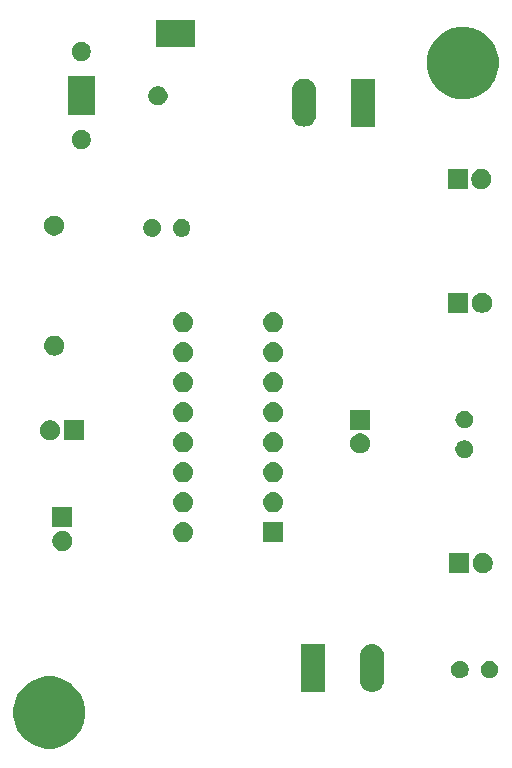
<source format=gbr>
G04 #@! TF.GenerationSoftware,KiCad,Pcbnew,5.0.2-5.fc29*
G04 #@! TF.CreationDate,2019-03-09T14:00:13+01:00*
G04 #@! TF.ProjectId,tea2025b_amp,74656132-3032-4356-925f-616d702e6b69,v1.0*
G04 #@! TF.SameCoordinates,Original*
G04 #@! TF.FileFunction,Soldermask,Top*
G04 #@! TF.FilePolarity,Negative*
%FSLAX46Y46*%
G04 Gerber Fmt 4.6, Leading zero omitted, Abs format (unit mm)*
G04 Created by KiCad (PCBNEW 5.0.2-5.fc29) date sob, 9 mar 2019, 14:00:13*
%MOMM*%
%LPD*%
G01*
G04 APERTURE LIST*
%ADD10C,0.200000*%
G04 APERTURE END LIST*
D10*
G36*
X132508941Y-118240748D02*
X132508943Y-118240749D01*
X132508944Y-118240749D01*
X133064190Y-118470739D01*
X133557162Y-118800133D01*
X133563902Y-118804636D01*
X133988864Y-119229598D01*
X133988866Y-119229601D01*
X134322761Y-119729310D01*
X134552751Y-120284556D01*
X134670000Y-120874003D01*
X134670000Y-121474997D01*
X134552751Y-122064444D01*
X134322761Y-122619690D01*
X134322760Y-122619691D01*
X133988864Y-123119402D01*
X133563902Y-123544364D01*
X133563899Y-123544366D01*
X133064190Y-123878261D01*
X132508944Y-124108251D01*
X132508943Y-124108251D01*
X132508941Y-124108252D01*
X131919499Y-124225500D01*
X131318501Y-124225500D01*
X130729059Y-124108252D01*
X130729057Y-124108251D01*
X130729056Y-124108251D01*
X130173810Y-123878261D01*
X129674101Y-123544366D01*
X129674098Y-123544364D01*
X129249136Y-123119402D01*
X128915240Y-122619691D01*
X128915239Y-122619690D01*
X128685249Y-122064444D01*
X128568000Y-121474997D01*
X128568000Y-120874003D01*
X128685249Y-120284556D01*
X128915239Y-119729310D01*
X129249134Y-119229601D01*
X129249136Y-119229598D01*
X129674098Y-118804636D01*
X129680838Y-118800133D01*
X130173810Y-118470739D01*
X130729056Y-118240749D01*
X130729057Y-118240749D01*
X130729059Y-118240748D01*
X131318501Y-118123500D01*
X131919499Y-118123500D01*
X132508941Y-118240748D01*
X132508941Y-118240748D01*
G37*
G36*
X159128071Y-115395563D02*
X159258890Y-115435247D01*
X159324301Y-115455089D01*
X159420965Y-115506757D01*
X159505146Y-115551753D01*
X159505148Y-115551754D01*
X159505147Y-115551754D01*
X159663659Y-115681841D01*
X159793746Y-115840352D01*
X159890411Y-116021198D01*
X159910253Y-116086609D01*
X159949937Y-116217428D01*
X159965000Y-116370368D01*
X159965000Y-118452632D01*
X159949937Y-118605572D01*
X159910253Y-118736391D01*
X159890411Y-118801802D01*
X159793746Y-118982648D01*
X159663659Y-119141159D01*
X159505148Y-119271246D01*
X159324302Y-119367911D01*
X159258891Y-119387753D01*
X159128072Y-119427437D01*
X158924000Y-119447536D01*
X158719929Y-119427437D01*
X158589110Y-119387753D01*
X158523699Y-119367911D01*
X158342853Y-119271246D01*
X158184342Y-119141159D01*
X158054255Y-118982648D01*
X157957590Y-118801802D01*
X157937748Y-118736391D01*
X157898064Y-118605572D01*
X157883001Y-118452632D01*
X157883000Y-116370369D01*
X157898063Y-116217429D01*
X157957589Y-116021200D01*
X157957589Y-116021199D01*
X158054254Y-115840353D01*
X158184341Y-115681841D01*
X158342852Y-115551754D01*
X158523698Y-115455089D01*
X158589109Y-115435247D01*
X158719928Y-115395563D01*
X158924000Y-115375464D01*
X159128071Y-115395563D01*
X159128071Y-115395563D01*
G37*
G36*
X154965000Y-119442500D02*
X152883000Y-119442500D01*
X152883000Y-115380500D01*
X154965000Y-115380500D01*
X154965000Y-119442500D01*
X154965000Y-119442500D01*
G37*
G36*
X166502004Y-116799044D02*
X166589059Y-116816360D01*
X166725732Y-116872972D01*
X166725733Y-116872973D01*
X166848738Y-116955162D01*
X166953338Y-117059762D01*
X166953340Y-117059765D01*
X167035528Y-117182768D01*
X167092140Y-117319441D01*
X167121000Y-117464533D01*
X167121000Y-117612467D01*
X167092140Y-117757559D01*
X167035528Y-117894232D01*
X167035527Y-117894233D01*
X166953338Y-118017238D01*
X166848738Y-118121838D01*
X166848735Y-118121840D01*
X166725732Y-118204028D01*
X166589059Y-118260640D01*
X166502004Y-118277956D01*
X166443969Y-118289500D01*
X166296031Y-118289500D01*
X166237996Y-118277956D01*
X166150941Y-118260640D01*
X166014268Y-118204028D01*
X165891265Y-118121840D01*
X165891262Y-118121838D01*
X165786662Y-118017238D01*
X165704473Y-117894233D01*
X165704472Y-117894232D01*
X165647860Y-117757559D01*
X165619000Y-117612467D01*
X165619000Y-117464533D01*
X165647860Y-117319441D01*
X165704472Y-117182768D01*
X165786660Y-117059765D01*
X165786662Y-117059762D01*
X165891262Y-116955162D01*
X166014267Y-116872973D01*
X166014268Y-116872972D01*
X166150941Y-116816360D01*
X166237996Y-116799044D01*
X166296031Y-116787500D01*
X166443969Y-116787500D01*
X166502004Y-116799044D01*
X166502004Y-116799044D01*
G37*
G36*
X169002004Y-116799044D02*
X169089059Y-116816360D01*
X169225732Y-116872972D01*
X169225733Y-116872973D01*
X169348738Y-116955162D01*
X169453338Y-117059762D01*
X169453340Y-117059765D01*
X169535528Y-117182768D01*
X169592140Y-117319441D01*
X169621000Y-117464533D01*
X169621000Y-117612467D01*
X169592140Y-117757559D01*
X169535528Y-117894232D01*
X169535527Y-117894233D01*
X169453338Y-118017238D01*
X169348738Y-118121838D01*
X169348735Y-118121840D01*
X169225732Y-118204028D01*
X169089059Y-118260640D01*
X169002004Y-118277956D01*
X168943969Y-118289500D01*
X168796031Y-118289500D01*
X168737996Y-118277956D01*
X168650941Y-118260640D01*
X168514268Y-118204028D01*
X168391265Y-118121840D01*
X168391262Y-118121838D01*
X168286662Y-118017238D01*
X168204473Y-117894233D01*
X168204472Y-117894232D01*
X168147860Y-117757559D01*
X168119000Y-117612467D01*
X168119000Y-117464533D01*
X168147860Y-117319441D01*
X168204472Y-117182768D01*
X168286660Y-117059765D01*
X168286662Y-117059762D01*
X168391262Y-116955162D01*
X168514267Y-116872973D01*
X168514268Y-116872972D01*
X168650941Y-116816360D01*
X168737996Y-116799044D01*
X168796031Y-116787500D01*
X168943969Y-116787500D01*
X169002004Y-116799044D01*
X169002004Y-116799044D01*
G37*
G36*
X167157500Y-109372500D02*
X165455500Y-109372500D01*
X165455500Y-107670500D01*
X167157500Y-107670500D01*
X167157500Y-109372500D01*
X167157500Y-109372500D01*
G37*
G36*
X168554728Y-107703203D02*
X168709600Y-107767353D01*
X168848981Y-107860485D01*
X168967515Y-107979019D01*
X169060647Y-108118400D01*
X169124797Y-108273272D01*
X169157500Y-108437684D01*
X169157500Y-108605316D01*
X169124797Y-108769728D01*
X169060647Y-108924600D01*
X168967515Y-109063981D01*
X168848981Y-109182515D01*
X168709600Y-109275647D01*
X168554728Y-109339797D01*
X168390316Y-109372500D01*
X168222684Y-109372500D01*
X168058272Y-109339797D01*
X167903400Y-109275647D01*
X167764019Y-109182515D01*
X167645485Y-109063981D01*
X167552353Y-108924600D01*
X167488203Y-108769728D01*
X167455500Y-108605316D01*
X167455500Y-108437684D01*
X167488203Y-108273272D01*
X167552353Y-108118400D01*
X167645485Y-107979019D01*
X167764019Y-107860485D01*
X167903400Y-107767353D01*
X168058272Y-107703203D01*
X168222684Y-107670500D01*
X168390316Y-107670500D01*
X168554728Y-107703203D01*
X168554728Y-107703203D01*
G37*
G36*
X132963228Y-105829703D02*
X133118100Y-105893853D01*
X133257481Y-105986985D01*
X133376015Y-106105519D01*
X133469147Y-106244900D01*
X133533297Y-106399772D01*
X133566000Y-106564184D01*
X133566000Y-106731816D01*
X133533297Y-106896228D01*
X133469147Y-107051100D01*
X133376015Y-107190481D01*
X133257481Y-107309015D01*
X133118100Y-107402147D01*
X132963228Y-107466297D01*
X132798816Y-107499000D01*
X132631184Y-107499000D01*
X132466772Y-107466297D01*
X132311900Y-107402147D01*
X132172519Y-107309015D01*
X132053985Y-107190481D01*
X131960853Y-107051100D01*
X131896703Y-106896228D01*
X131864000Y-106731816D01*
X131864000Y-106564184D01*
X131896703Y-106399772D01*
X131960853Y-106244900D01*
X132053985Y-106105519D01*
X132172519Y-105986985D01*
X132311900Y-105893853D01*
X132466772Y-105829703D01*
X132631184Y-105797000D01*
X132798816Y-105797000D01*
X132963228Y-105829703D01*
X132963228Y-105829703D01*
G37*
G36*
X151409500Y-106769000D02*
X149707500Y-106769000D01*
X149707500Y-105067000D01*
X151409500Y-105067000D01*
X151409500Y-106769000D01*
X151409500Y-106769000D01*
G37*
G36*
X143105321Y-105079313D02*
X143105324Y-105079314D01*
X143105325Y-105079314D01*
X143265739Y-105127975D01*
X143265741Y-105127976D01*
X143265744Y-105127977D01*
X143413578Y-105206995D01*
X143543159Y-105313341D01*
X143649505Y-105442922D01*
X143728523Y-105590756D01*
X143777187Y-105751179D01*
X143793617Y-105918000D01*
X143777187Y-106084821D01*
X143777186Y-106084824D01*
X143777186Y-106084825D01*
X143728628Y-106244900D01*
X143728523Y-106245244D01*
X143649505Y-106393078D01*
X143543159Y-106522659D01*
X143413578Y-106629005D01*
X143265744Y-106708023D01*
X143265741Y-106708024D01*
X143265739Y-106708025D01*
X143105325Y-106756686D01*
X143105324Y-106756686D01*
X143105321Y-106756687D01*
X142980304Y-106769000D01*
X142896696Y-106769000D01*
X142771679Y-106756687D01*
X142771676Y-106756686D01*
X142771675Y-106756686D01*
X142611261Y-106708025D01*
X142611259Y-106708024D01*
X142611256Y-106708023D01*
X142463422Y-106629005D01*
X142333841Y-106522659D01*
X142227495Y-106393078D01*
X142148477Y-106245244D01*
X142148373Y-106244900D01*
X142099814Y-106084825D01*
X142099814Y-106084824D01*
X142099813Y-106084821D01*
X142083383Y-105918000D01*
X142099813Y-105751179D01*
X142148477Y-105590756D01*
X142227495Y-105442922D01*
X142333841Y-105313341D01*
X142463422Y-105206995D01*
X142611256Y-105127977D01*
X142611259Y-105127976D01*
X142611261Y-105127975D01*
X142771675Y-105079314D01*
X142771676Y-105079314D01*
X142771679Y-105079313D01*
X142896696Y-105067000D01*
X142980304Y-105067000D01*
X143105321Y-105079313D01*
X143105321Y-105079313D01*
G37*
G36*
X133566000Y-105499000D02*
X131864000Y-105499000D01*
X131864000Y-103797000D01*
X133566000Y-103797000D01*
X133566000Y-105499000D01*
X133566000Y-105499000D01*
G37*
G36*
X150725321Y-102539313D02*
X150725324Y-102539314D01*
X150725325Y-102539314D01*
X150885739Y-102587975D01*
X150885741Y-102587976D01*
X150885744Y-102587977D01*
X151033578Y-102666995D01*
X151163159Y-102773341D01*
X151269505Y-102902922D01*
X151348523Y-103050756D01*
X151397187Y-103211179D01*
X151413617Y-103378000D01*
X151397187Y-103544821D01*
X151348523Y-103705244D01*
X151269505Y-103853078D01*
X151163159Y-103982659D01*
X151033578Y-104089005D01*
X150885744Y-104168023D01*
X150885741Y-104168024D01*
X150885739Y-104168025D01*
X150725325Y-104216686D01*
X150725324Y-104216686D01*
X150725321Y-104216687D01*
X150600304Y-104229000D01*
X150516696Y-104229000D01*
X150391679Y-104216687D01*
X150391676Y-104216686D01*
X150391675Y-104216686D01*
X150231261Y-104168025D01*
X150231259Y-104168024D01*
X150231256Y-104168023D01*
X150083422Y-104089005D01*
X149953841Y-103982659D01*
X149847495Y-103853078D01*
X149768477Y-103705244D01*
X149719813Y-103544821D01*
X149703383Y-103378000D01*
X149719813Y-103211179D01*
X149768477Y-103050756D01*
X149847495Y-102902922D01*
X149953841Y-102773341D01*
X150083422Y-102666995D01*
X150231256Y-102587977D01*
X150231259Y-102587976D01*
X150231261Y-102587975D01*
X150391675Y-102539314D01*
X150391676Y-102539314D01*
X150391679Y-102539313D01*
X150516696Y-102527000D01*
X150600304Y-102527000D01*
X150725321Y-102539313D01*
X150725321Y-102539313D01*
G37*
G36*
X143105321Y-102539313D02*
X143105324Y-102539314D01*
X143105325Y-102539314D01*
X143265739Y-102587975D01*
X143265741Y-102587976D01*
X143265744Y-102587977D01*
X143413578Y-102666995D01*
X143543159Y-102773341D01*
X143649505Y-102902922D01*
X143728523Y-103050756D01*
X143777187Y-103211179D01*
X143793617Y-103378000D01*
X143777187Y-103544821D01*
X143728523Y-103705244D01*
X143649505Y-103853078D01*
X143543159Y-103982659D01*
X143413578Y-104089005D01*
X143265744Y-104168023D01*
X143265741Y-104168024D01*
X143265739Y-104168025D01*
X143105325Y-104216686D01*
X143105324Y-104216686D01*
X143105321Y-104216687D01*
X142980304Y-104229000D01*
X142896696Y-104229000D01*
X142771679Y-104216687D01*
X142771676Y-104216686D01*
X142771675Y-104216686D01*
X142611261Y-104168025D01*
X142611259Y-104168024D01*
X142611256Y-104168023D01*
X142463422Y-104089005D01*
X142333841Y-103982659D01*
X142227495Y-103853078D01*
X142148477Y-103705244D01*
X142099813Y-103544821D01*
X142083383Y-103378000D01*
X142099813Y-103211179D01*
X142148477Y-103050756D01*
X142227495Y-102902922D01*
X142333841Y-102773341D01*
X142463422Y-102666995D01*
X142611256Y-102587977D01*
X142611259Y-102587976D01*
X142611261Y-102587975D01*
X142771675Y-102539314D01*
X142771676Y-102539314D01*
X142771679Y-102539313D01*
X142896696Y-102527000D01*
X142980304Y-102527000D01*
X143105321Y-102539313D01*
X143105321Y-102539313D01*
G37*
G36*
X143105321Y-99999313D02*
X143105324Y-99999314D01*
X143105325Y-99999314D01*
X143265739Y-100047975D01*
X143265741Y-100047976D01*
X143265744Y-100047977D01*
X143413578Y-100126995D01*
X143543159Y-100233341D01*
X143649505Y-100362922D01*
X143728523Y-100510756D01*
X143777187Y-100671179D01*
X143793617Y-100838000D01*
X143777187Y-101004821D01*
X143728523Y-101165244D01*
X143649505Y-101313078D01*
X143543159Y-101442659D01*
X143413578Y-101549005D01*
X143265744Y-101628023D01*
X143265741Y-101628024D01*
X143265739Y-101628025D01*
X143105325Y-101676686D01*
X143105324Y-101676686D01*
X143105321Y-101676687D01*
X142980304Y-101689000D01*
X142896696Y-101689000D01*
X142771679Y-101676687D01*
X142771676Y-101676686D01*
X142771675Y-101676686D01*
X142611261Y-101628025D01*
X142611259Y-101628024D01*
X142611256Y-101628023D01*
X142463422Y-101549005D01*
X142333841Y-101442659D01*
X142227495Y-101313078D01*
X142148477Y-101165244D01*
X142099813Y-101004821D01*
X142083383Y-100838000D01*
X142099813Y-100671179D01*
X142148477Y-100510756D01*
X142227495Y-100362922D01*
X142333841Y-100233341D01*
X142463422Y-100126995D01*
X142611256Y-100047977D01*
X142611259Y-100047976D01*
X142611261Y-100047975D01*
X142771675Y-99999314D01*
X142771676Y-99999314D01*
X142771679Y-99999313D01*
X142896696Y-99987000D01*
X142980304Y-99987000D01*
X143105321Y-99999313D01*
X143105321Y-99999313D01*
G37*
G36*
X150725321Y-99999313D02*
X150725324Y-99999314D01*
X150725325Y-99999314D01*
X150885739Y-100047975D01*
X150885741Y-100047976D01*
X150885744Y-100047977D01*
X151033578Y-100126995D01*
X151163159Y-100233341D01*
X151269505Y-100362922D01*
X151348523Y-100510756D01*
X151397187Y-100671179D01*
X151413617Y-100838000D01*
X151397187Y-101004821D01*
X151348523Y-101165244D01*
X151269505Y-101313078D01*
X151163159Y-101442659D01*
X151033578Y-101549005D01*
X150885744Y-101628023D01*
X150885741Y-101628024D01*
X150885739Y-101628025D01*
X150725325Y-101676686D01*
X150725324Y-101676686D01*
X150725321Y-101676687D01*
X150600304Y-101689000D01*
X150516696Y-101689000D01*
X150391679Y-101676687D01*
X150391676Y-101676686D01*
X150391675Y-101676686D01*
X150231261Y-101628025D01*
X150231259Y-101628024D01*
X150231256Y-101628023D01*
X150083422Y-101549005D01*
X149953841Y-101442659D01*
X149847495Y-101313078D01*
X149768477Y-101165244D01*
X149719813Y-101004821D01*
X149703383Y-100838000D01*
X149719813Y-100671179D01*
X149768477Y-100510756D01*
X149847495Y-100362922D01*
X149953841Y-100233341D01*
X150083422Y-100126995D01*
X150231256Y-100047977D01*
X150231259Y-100047976D01*
X150231261Y-100047975D01*
X150391675Y-99999314D01*
X150391676Y-99999314D01*
X150391679Y-99999313D01*
X150516696Y-99987000D01*
X150600304Y-99987000D01*
X150725321Y-99999313D01*
X150725321Y-99999313D01*
G37*
G36*
X166883004Y-98130044D02*
X166970059Y-98147360D01*
X167106732Y-98203972D01*
X167106733Y-98203973D01*
X167229738Y-98286162D01*
X167334338Y-98390762D01*
X167334340Y-98390765D01*
X167416528Y-98513768D01*
X167473140Y-98650441D01*
X167502000Y-98795533D01*
X167502000Y-98943467D01*
X167473140Y-99088559D01*
X167416528Y-99225232D01*
X167335446Y-99346579D01*
X167334338Y-99348238D01*
X167229738Y-99452838D01*
X167229735Y-99452840D01*
X167106732Y-99535028D01*
X166970059Y-99591640D01*
X166883004Y-99608956D01*
X166824969Y-99620500D01*
X166677031Y-99620500D01*
X166618996Y-99608956D01*
X166531941Y-99591640D01*
X166395268Y-99535028D01*
X166272265Y-99452840D01*
X166272262Y-99452838D01*
X166167662Y-99348238D01*
X166166554Y-99346579D01*
X166085472Y-99225232D01*
X166028860Y-99088559D01*
X166000000Y-98943467D01*
X166000000Y-98795533D01*
X166028860Y-98650441D01*
X166085472Y-98513768D01*
X166167660Y-98390765D01*
X166167662Y-98390762D01*
X166272262Y-98286162D01*
X166395267Y-98203973D01*
X166395268Y-98203972D01*
X166531941Y-98147360D01*
X166618996Y-98130044D01*
X166677031Y-98118500D01*
X166824969Y-98118500D01*
X166883004Y-98130044D01*
X166883004Y-98130044D01*
G37*
G36*
X158172728Y-97574703D02*
X158327600Y-97638853D01*
X158466981Y-97731985D01*
X158585515Y-97850519D01*
X158678647Y-97989900D01*
X158742797Y-98144772D01*
X158775500Y-98309184D01*
X158775500Y-98476816D01*
X158742797Y-98641228D01*
X158678647Y-98796100D01*
X158585515Y-98935481D01*
X158466981Y-99054015D01*
X158327600Y-99147147D01*
X158172728Y-99211297D01*
X158008316Y-99244000D01*
X157840684Y-99244000D01*
X157676272Y-99211297D01*
X157521400Y-99147147D01*
X157382019Y-99054015D01*
X157263485Y-98935481D01*
X157170353Y-98796100D01*
X157106203Y-98641228D01*
X157073500Y-98476816D01*
X157073500Y-98309184D01*
X157106203Y-98144772D01*
X157170353Y-97989900D01*
X157263485Y-97850519D01*
X157382019Y-97731985D01*
X157521400Y-97638853D01*
X157676272Y-97574703D01*
X157840684Y-97542000D01*
X158008316Y-97542000D01*
X158172728Y-97574703D01*
X158172728Y-97574703D01*
G37*
G36*
X143105321Y-97459313D02*
X143105324Y-97459314D01*
X143105325Y-97459314D01*
X143265739Y-97507975D01*
X143265741Y-97507976D01*
X143265744Y-97507977D01*
X143413578Y-97586995D01*
X143543159Y-97693341D01*
X143649505Y-97822922D01*
X143728523Y-97970756D01*
X143728524Y-97970759D01*
X143728525Y-97970761D01*
X143767819Y-98100296D01*
X143777187Y-98131179D01*
X143793617Y-98298000D01*
X143777187Y-98464821D01*
X143777186Y-98464824D01*
X143777186Y-98464825D01*
X143762340Y-98513767D01*
X143728523Y-98625244D01*
X143649505Y-98773078D01*
X143543159Y-98902659D01*
X143413578Y-99009005D01*
X143265744Y-99088023D01*
X143265741Y-99088024D01*
X143265739Y-99088025D01*
X143105325Y-99136686D01*
X143105324Y-99136686D01*
X143105321Y-99136687D01*
X142980304Y-99149000D01*
X142896696Y-99149000D01*
X142771679Y-99136687D01*
X142771676Y-99136686D01*
X142771675Y-99136686D01*
X142611261Y-99088025D01*
X142611259Y-99088024D01*
X142611256Y-99088023D01*
X142463422Y-99009005D01*
X142333841Y-98902659D01*
X142227495Y-98773078D01*
X142148477Y-98625244D01*
X142114661Y-98513767D01*
X142099814Y-98464825D01*
X142099814Y-98464824D01*
X142099813Y-98464821D01*
X142083383Y-98298000D01*
X142099813Y-98131179D01*
X142109181Y-98100296D01*
X142148475Y-97970761D01*
X142148476Y-97970759D01*
X142148477Y-97970756D01*
X142227495Y-97822922D01*
X142333841Y-97693341D01*
X142463422Y-97586995D01*
X142611256Y-97507977D01*
X142611259Y-97507976D01*
X142611261Y-97507975D01*
X142771675Y-97459314D01*
X142771676Y-97459314D01*
X142771679Y-97459313D01*
X142896696Y-97447000D01*
X142980304Y-97447000D01*
X143105321Y-97459313D01*
X143105321Y-97459313D01*
G37*
G36*
X150725321Y-97459313D02*
X150725324Y-97459314D01*
X150725325Y-97459314D01*
X150885739Y-97507975D01*
X150885741Y-97507976D01*
X150885744Y-97507977D01*
X151033578Y-97586995D01*
X151163159Y-97693341D01*
X151269505Y-97822922D01*
X151348523Y-97970756D01*
X151348524Y-97970759D01*
X151348525Y-97970761D01*
X151387819Y-98100296D01*
X151397187Y-98131179D01*
X151413617Y-98298000D01*
X151397187Y-98464821D01*
X151397186Y-98464824D01*
X151397186Y-98464825D01*
X151382340Y-98513767D01*
X151348523Y-98625244D01*
X151269505Y-98773078D01*
X151163159Y-98902659D01*
X151033578Y-99009005D01*
X150885744Y-99088023D01*
X150885741Y-99088024D01*
X150885739Y-99088025D01*
X150725325Y-99136686D01*
X150725324Y-99136686D01*
X150725321Y-99136687D01*
X150600304Y-99149000D01*
X150516696Y-99149000D01*
X150391679Y-99136687D01*
X150391676Y-99136686D01*
X150391675Y-99136686D01*
X150231261Y-99088025D01*
X150231259Y-99088024D01*
X150231256Y-99088023D01*
X150083422Y-99009005D01*
X149953841Y-98902659D01*
X149847495Y-98773078D01*
X149768477Y-98625244D01*
X149734661Y-98513767D01*
X149719814Y-98464825D01*
X149719814Y-98464824D01*
X149719813Y-98464821D01*
X149703383Y-98298000D01*
X149719813Y-98131179D01*
X149729181Y-98100296D01*
X149768475Y-97970761D01*
X149768476Y-97970759D01*
X149768477Y-97970756D01*
X149847495Y-97822922D01*
X149953841Y-97693341D01*
X150083422Y-97586995D01*
X150231256Y-97507977D01*
X150231259Y-97507976D01*
X150231261Y-97507975D01*
X150391675Y-97459314D01*
X150391676Y-97459314D01*
X150391679Y-97459313D01*
X150516696Y-97447000D01*
X150600304Y-97447000D01*
X150725321Y-97459313D01*
X150725321Y-97459313D01*
G37*
G36*
X134518500Y-98133000D02*
X132816500Y-98133000D01*
X132816500Y-96431000D01*
X134518500Y-96431000D01*
X134518500Y-98133000D01*
X134518500Y-98133000D01*
G37*
G36*
X131915728Y-96463703D02*
X132070600Y-96527853D01*
X132209981Y-96620985D01*
X132328515Y-96739519D01*
X132421647Y-96878900D01*
X132485797Y-97033772D01*
X132518500Y-97198184D01*
X132518500Y-97365816D01*
X132485797Y-97530228D01*
X132421647Y-97685100D01*
X132328515Y-97824481D01*
X132209981Y-97943015D01*
X132070600Y-98036147D01*
X131915728Y-98100297D01*
X131751316Y-98133000D01*
X131583684Y-98133000D01*
X131419272Y-98100297D01*
X131264400Y-98036147D01*
X131125019Y-97943015D01*
X131006485Y-97824481D01*
X130913353Y-97685100D01*
X130849203Y-97530228D01*
X130816500Y-97365816D01*
X130816500Y-97198184D01*
X130849203Y-97033772D01*
X130913353Y-96878900D01*
X131006485Y-96739519D01*
X131125019Y-96620985D01*
X131264400Y-96527853D01*
X131419272Y-96463703D01*
X131583684Y-96431000D01*
X131751316Y-96431000D01*
X131915728Y-96463703D01*
X131915728Y-96463703D01*
G37*
G36*
X158775500Y-97244000D02*
X157073500Y-97244000D01*
X157073500Y-95542000D01*
X158775500Y-95542000D01*
X158775500Y-97244000D01*
X158775500Y-97244000D01*
G37*
G36*
X166883004Y-95630044D02*
X166970059Y-95647360D01*
X167106732Y-95703972D01*
X167228079Y-95785054D01*
X167229738Y-95786162D01*
X167334338Y-95890762D01*
X167334340Y-95890765D01*
X167416528Y-96013768D01*
X167473140Y-96150441D01*
X167489577Y-96233078D01*
X167502000Y-96295531D01*
X167502000Y-96443469D01*
X167490456Y-96501504D01*
X167473140Y-96588559D01*
X167416528Y-96725232D01*
X167335446Y-96846579D01*
X167334338Y-96848238D01*
X167229738Y-96952838D01*
X167229735Y-96952840D01*
X167106732Y-97035028D01*
X166970059Y-97091640D01*
X166883004Y-97108956D01*
X166824969Y-97120500D01*
X166677031Y-97120500D01*
X166618996Y-97108956D01*
X166531941Y-97091640D01*
X166395268Y-97035028D01*
X166272265Y-96952840D01*
X166272262Y-96952838D01*
X166167662Y-96848238D01*
X166166554Y-96846579D01*
X166085472Y-96725232D01*
X166028860Y-96588559D01*
X166011544Y-96501504D01*
X166000000Y-96443469D01*
X166000000Y-96295531D01*
X166012423Y-96233078D01*
X166028860Y-96150441D01*
X166085472Y-96013768D01*
X166167660Y-95890765D01*
X166167662Y-95890762D01*
X166272262Y-95786162D01*
X166273921Y-95785054D01*
X166395268Y-95703972D01*
X166531941Y-95647360D01*
X166618996Y-95630044D01*
X166677031Y-95618500D01*
X166824969Y-95618500D01*
X166883004Y-95630044D01*
X166883004Y-95630044D01*
G37*
G36*
X143105321Y-94919313D02*
X143105324Y-94919314D01*
X143105325Y-94919314D01*
X143265739Y-94967975D01*
X143265741Y-94967976D01*
X143265744Y-94967977D01*
X143413578Y-95046995D01*
X143543159Y-95153341D01*
X143649505Y-95282922D01*
X143728523Y-95430756D01*
X143777187Y-95591179D01*
X143793617Y-95758000D01*
X143777187Y-95924821D01*
X143777186Y-95924824D01*
X143777186Y-95924825D01*
X143750206Y-96013767D01*
X143728523Y-96085244D01*
X143649505Y-96233078D01*
X143543159Y-96362659D01*
X143413578Y-96469005D01*
X143265744Y-96548023D01*
X143265741Y-96548024D01*
X143265739Y-96548025D01*
X143105325Y-96596686D01*
X143105324Y-96596686D01*
X143105321Y-96596687D01*
X142980304Y-96609000D01*
X142896696Y-96609000D01*
X142771679Y-96596687D01*
X142771676Y-96596686D01*
X142771675Y-96596686D01*
X142611261Y-96548025D01*
X142611259Y-96548024D01*
X142611256Y-96548023D01*
X142463422Y-96469005D01*
X142333841Y-96362659D01*
X142227495Y-96233078D01*
X142148477Y-96085244D01*
X142126795Y-96013767D01*
X142099814Y-95924825D01*
X142099814Y-95924824D01*
X142099813Y-95924821D01*
X142083383Y-95758000D01*
X142099813Y-95591179D01*
X142148477Y-95430756D01*
X142227495Y-95282922D01*
X142333841Y-95153341D01*
X142463422Y-95046995D01*
X142611256Y-94967977D01*
X142611259Y-94967976D01*
X142611261Y-94967975D01*
X142771675Y-94919314D01*
X142771676Y-94919314D01*
X142771679Y-94919313D01*
X142896696Y-94907000D01*
X142980304Y-94907000D01*
X143105321Y-94919313D01*
X143105321Y-94919313D01*
G37*
G36*
X150725321Y-94919313D02*
X150725324Y-94919314D01*
X150725325Y-94919314D01*
X150885739Y-94967975D01*
X150885741Y-94967976D01*
X150885744Y-94967977D01*
X151033578Y-95046995D01*
X151163159Y-95153341D01*
X151269505Y-95282922D01*
X151348523Y-95430756D01*
X151397187Y-95591179D01*
X151413617Y-95758000D01*
X151397187Y-95924821D01*
X151397186Y-95924824D01*
X151397186Y-95924825D01*
X151370206Y-96013767D01*
X151348523Y-96085244D01*
X151269505Y-96233078D01*
X151163159Y-96362659D01*
X151033578Y-96469005D01*
X150885744Y-96548023D01*
X150885741Y-96548024D01*
X150885739Y-96548025D01*
X150725325Y-96596686D01*
X150725324Y-96596686D01*
X150725321Y-96596687D01*
X150600304Y-96609000D01*
X150516696Y-96609000D01*
X150391679Y-96596687D01*
X150391676Y-96596686D01*
X150391675Y-96596686D01*
X150231261Y-96548025D01*
X150231259Y-96548024D01*
X150231256Y-96548023D01*
X150083422Y-96469005D01*
X149953841Y-96362659D01*
X149847495Y-96233078D01*
X149768477Y-96085244D01*
X149746795Y-96013767D01*
X149719814Y-95924825D01*
X149719814Y-95924824D01*
X149719813Y-95924821D01*
X149703383Y-95758000D01*
X149719813Y-95591179D01*
X149768477Y-95430756D01*
X149847495Y-95282922D01*
X149953841Y-95153341D01*
X150083422Y-95046995D01*
X150231256Y-94967977D01*
X150231259Y-94967976D01*
X150231261Y-94967975D01*
X150391675Y-94919314D01*
X150391676Y-94919314D01*
X150391679Y-94919313D01*
X150516696Y-94907000D01*
X150600304Y-94907000D01*
X150725321Y-94919313D01*
X150725321Y-94919313D01*
G37*
G36*
X150725321Y-92379313D02*
X150725324Y-92379314D01*
X150725325Y-92379314D01*
X150885739Y-92427975D01*
X150885741Y-92427976D01*
X150885744Y-92427977D01*
X151033578Y-92506995D01*
X151163159Y-92613341D01*
X151269505Y-92742922D01*
X151348523Y-92890756D01*
X151397187Y-93051179D01*
X151413617Y-93218000D01*
X151397187Y-93384821D01*
X151348523Y-93545244D01*
X151269505Y-93693078D01*
X151163159Y-93822659D01*
X151033578Y-93929005D01*
X150885744Y-94008023D01*
X150885741Y-94008024D01*
X150885739Y-94008025D01*
X150725325Y-94056686D01*
X150725324Y-94056686D01*
X150725321Y-94056687D01*
X150600304Y-94069000D01*
X150516696Y-94069000D01*
X150391679Y-94056687D01*
X150391676Y-94056686D01*
X150391675Y-94056686D01*
X150231261Y-94008025D01*
X150231259Y-94008024D01*
X150231256Y-94008023D01*
X150083422Y-93929005D01*
X149953841Y-93822659D01*
X149847495Y-93693078D01*
X149768477Y-93545244D01*
X149719813Y-93384821D01*
X149703383Y-93218000D01*
X149719813Y-93051179D01*
X149768477Y-92890756D01*
X149847495Y-92742922D01*
X149953841Y-92613341D01*
X150083422Y-92506995D01*
X150231256Y-92427977D01*
X150231259Y-92427976D01*
X150231261Y-92427975D01*
X150391675Y-92379314D01*
X150391676Y-92379314D01*
X150391679Y-92379313D01*
X150516696Y-92367000D01*
X150600304Y-92367000D01*
X150725321Y-92379313D01*
X150725321Y-92379313D01*
G37*
G36*
X143105321Y-92379313D02*
X143105324Y-92379314D01*
X143105325Y-92379314D01*
X143265739Y-92427975D01*
X143265741Y-92427976D01*
X143265744Y-92427977D01*
X143413578Y-92506995D01*
X143543159Y-92613341D01*
X143649505Y-92742922D01*
X143728523Y-92890756D01*
X143777187Y-93051179D01*
X143793617Y-93218000D01*
X143777187Y-93384821D01*
X143728523Y-93545244D01*
X143649505Y-93693078D01*
X143543159Y-93822659D01*
X143413578Y-93929005D01*
X143265744Y-94008023D01*
X143265741Y-94008024D01*
X143265739Y-94008025D01*
X143105325Y-94056686D01*
X143105324Y-94056686D01*
X143105321Y-94056687D01*
X142980304Y-94069000D01*
X142896696Y-94069000D01*
X142771679Y-94056687D01*
X142771676Y-94056686D01*
X142771675Y-94056686D01*
X142611261Y-94008025D01*
X142611259Y-94008024D01*
X142611256Y-94008023D01*
X142463422Y-93929005D01*
X142333841Y-93822659D01*
X142227495Y-93693078D01*
X142148477Y-93545244D01*
X142099813Y-93384821D01*
X142083383Y-93218000D01*
X142099813Y-93051179D01*
X142148477Y-92890756D01*
X142227495Y-92742922D01*
X142333841Y-92613341D01*
X142463422Y-92506995D01*
X142611256Y-92427977D01*
X142611259Y-92427976D01*
X142611261Y-92427975D01*
X142771675Y-92379314D01*
X142771676Y-92379314D01*
X142771679Y-92379313D01*
X142896696Y-92367000D01*
X142980304Y-92367000D01*
X143105321Y-92379313D01*
X143105321Y-92379313D01*
G37*
G36*
X143105321Y-89839313D02*
X143105324Y-89839314D01*
X143105325Y-89839314D01*
X143265739Y-89887975D01*
X143265741Y-89887976D01*
X143265744Y-89887977D01*
X143413578Y-89966995D01*
X143543159Y-90073341D01*
X143649505Y-90202922D01*
X143728523Y-90350756D01*
X143728524Y-90350759D01*
X143728525Y-90350761D01*
X143753849Y-90434244D01*
X143777187Y-90511179D01*
X143793617Y-90678000D01*
X143777187Y-90844821D01*
X143777186Y-90844824D01*
X143777186Y-90844825D01*
X143742855Y-90958000D01*
X143728523Y-91005244D01*
X143649505Y-91153078D01*
X143543159Y-91282659D01*
X143413578Y-91389005D01*
X143265744Y-91468023D01*
X143265741Y-91468024D01*
X143265739Y-91468025D01*
X143105325Y-91516686D01*
X143105324Y-91516686D01*
X143105321Y-91516687D01*
X142980304Y-91529000D01*
X142896696Y-91529000D01*
X142771679Y-91516687D01*
X142771676Y-91516686D01*
X142771675Y-91516686D01*
X142611261Y-91468025D01*
X142611259Y-91468024D01*
X142611256Y-91468023D01*
X142463422Y-91389005D01*
X142333841Y-91282659D01*
X142227495Y-91153078D01*
X142148477Y-91005244D01*
X142134146Y-90958000D01*
X142099814Y-90844825D01*
X142099814Y-90844824D01*
X142099813Y-90844821D01*
X142083383Y-90678000D01*
X142099813Y-90511179D01*
X142123151Y-90434244D01*
X142148475Y-90350761D01*
X142148476Y-90350759D01*
X142148477Y-90350756D01*
X142227495Y-90202922D01*
X142333841Y-90073341D01*
X142463422Y-89966995D01*
X142611256Y-89887977D01*
X142611259Y-89887976D01*
X142611261Y-89887975D01*
X142771675Y-89839314D01*
X142771676Y-89839314D01*
X142771679Y-89839313D01*
X142896696Y-89827000D01*
X142980304Y-89827000D01*
X143105321Y-89839313D01*
X143105321Y-89839313D01*
G37*
G36*
X150725321Y-89839313D02*
X150725324Y-89839314D01*
X150725325Y-89839314D01*
X150885739Y-89887975D01*
X150885741Y-89887976D01*
X150885744Y-89887977D01*
X151033578Y-89966995D01*
X151163159Y-90073341D01*
X151269505Y-90202922D01*
X151348523Y-90350756D01*
X151348524Y-90350759D01*
X151348525Y-90350761D01*
X151373849Y-90434244D01*
X151397187Y-90511179D01*
X151413617Y-90678000D01*
X151397187Y-90844821D01*
X151397186Y-90844824D01*
X151397186Y-90844825D01*
X151362855Y-90958000D01*
X151348523Y-91005244D01*
X151269505Y-91153078D01*
X151163159Y-91282659D01*
X151033578Y-91389005D01*
X150885744Y-91468023D01*
X150885741Y-91468024D01*
X150885739Y-91468025D01*
X150725325Y-91516686D01*
X150725324Y-91516686D01*
X150725321Y-91516687D01*
X150600304Y-91529000D01*
X150516696Y-91529000D01*
X150391679Y-91516687D01*
X150391676Y-91516686D01*
X150391675Y-91516686D01*
X150231261Y-91468025D01*
X150231259Y-91468024D01*
X150231256Y-91468023D01*
X150083422Y-91389005D01*
X149953841Y-91282659D01*
X149847495Y-91153078D01*
X149768477Y-91005244D01*
X149754146Y-90958000D01*
X149719814Y-90844825D01*
X149719814Y-90844824D01*
X149719813Y-90844821D01*
X149703383Y-90678000D01*
X149719813Y-90511179D01*
X149743151Y-90434244D01*
X149768475Y-90350761D01*
X149768476Y-90350759D01*
X149768477Y-90350756D01*
X149847495Y-90202922D01*
X149953841Y-90073341D01*
X150083422Y-89966995D01*
X150231256Y-89887977D01*
X150231259Y-89887976D01*
X150231261Y-89887975D01*
X150391675Y-89839314D01*
X150391676Y-89839314D01*
X150391679Y-89839313D01*
X150516696Y-89827000D01*
X150600304Y-89827000D01*
X150725321Y-89839313D01*
X150725321Y-89839313D01*
G37*
G36*
X132183321Y-89268313D02*
X132183324Y-89268314D01*
X132183325Y-89268314D01*
X132343739Y-89316975D01*
X132343741Y-89316976D01*
X132343744Y-89316977D01*
X132491578Y-89395995D01*
X132621159Y-89502341D01*
X132727505Y-89631922D01*
X132806523Y-89779756D01*
X132806524Y-89779759D01*
X132806525Y-89779761D01*
X132824590Y-89839314D01*
X132855187Y-89940179D01*
X132871617Y-90107000D01*
X132855187Y-90273821D01*
X132855186Y-90273824D01*
X132855186Y-90273825D01*
X132831848Y-90350761D01*
X132806523Y-90434244D01*
X132727505Y-90582078D01*
X132621159Y-90711659D01*
X132491578Y-90818005D01*
X132343744Y-90897023D01*
X132343741Y-90897024D01*
X132343739Y-90897025D01*
X132183325Y-90945686D01*
X132183324Y-90945686D01*
X132183321Y-90945687D01*
X132058304Y-90958000D01*
X131974696Y-90958000D01*
X131849679Y-90945687D01*
X131849676Y-90945686D01*
X131849675Y-90945686D01*
X131689261Y-90897025D01*
X131689259Y-90897024D01*
X131689256Y-90897023D01*
X131541422Y-90818005D01*
X131411841Y-90711659D01*
X131305495Y-90582078D01*
X131226477Y-90434244D01*
X131201153Y-90350761D01*
X131177814Y-90273825D01*
X131177814Y-90273824D01*
X131177813Y-90273821D01*
X131161383Y-90107000D01*
X131177813Y-89940179D01*
X131208410Y-89839314D01*
X131226475Y-89779761D01*
X131226476Y-89779759D01*
X131226477Y-89779756D01*
X131305495Y-89631922D01*
X131411841Y-89502341D01*
X131541422Y-89395995D01*
X131689256Y-89316977D01*
X131689259Y-89316976D01*
X131689261Y-89316975D01*
X131849675Y-89268314D01*
X131849676Y-89268314D01*
X131849679Y-89268313D01*
X131974696Y-89256000D01*
X132058304Y-89256000D01*
X132183321Y-89268313D01*
X132183321Y-89268313D01*
G37*
G36*
X150725321Y-87299313D02*
X150725324Y-87299314D01*
X150725325Y-87299314D01*
X150885739Y-87347975D01*
X150885741Y-87347976D01*
X150885744Y-87347977D01*
X151033578Y-87426995D01*
X151163159Y-87533341D01*
X151269505Y-87662922D01*
X151348523Y-87810756D01*
X151397187Y-87971179D01*
X151413617Y-88138000D01*
X151397187Y-88304821D01*
X151348523Y-88465244D01*
X151269505Y-88613078D01*
X151163159Y-88742659D01*
X151033578Y-88849005D01*
X150885744Y-88928023D01*
X150885741Y-88928024D01*
X150885739Y-88928025D01*
X150725325Y-88976686D01*
X150725324Y-88976686D01*
X150725321Y-88976687D01*
X150600304Y-88989000D01*
X150516696Y-88989000D01*
X150391679Y-88976687D01*
X150391676Y-88976686D01*
X150391675Y-88976686D01*
X150231261Y-88928025D01*
X150231259Y-88928024D01*
X150231256Y-88928023D01*
X150083422Y-88849005D01*
X149953841Y-88742659D01*
X149847495Y-88613078D01*
X149768477Y-88465244D01*
X149719813Y-88304821D01*
X149703383Y-88138000D01*
X149719813Y-87971179D01*
X149768477Y-87810756D01*
X149847495Y-87662922D01*
X149953841Y-87533341D01*
X150083422Y-87426995D01*
X150231256Y-87347977D01*
X150231259Y-87347976D01*
X150231261Y-87347975D01*
X150391675Y-87299314D01*
X150391676Y-87299314D01*
X150391679Y-87299313D01*
X150516696Y-87287000D01*
X150600304Y-87287000D01*
X150725321Y-87299313D01*
X150725321Y-87299313D01*
G37*
G36*
X143105321Y-87299313D02*
X143105324Y-87299314D01*
X143105325Y-87299314D01*
X143265739Y-87347975D01*
X143265741Y-87347976D01*
X143265744Y-87347977D01*
X143413578Y-87426995D01*
X143543159Y-87533341D01*
X143649505Y-87662922D01*
X143728523Y-87810756D01*
X143777187Y-87971179D01*
X143793617Y-88138000D01*
X143777187Y-88304821D01*
X143728523Y-88465244D01*
X143649505Y-88613078D01*
X143543159Y-88742659D01*
X143413578Y-88849005D01*
X143265744Y-88928023D01*
X143265741Y-88928024D01*
X143265739Y-88928025D01*
X143105325Y-88976686D01*
X143105324Y-88976686D01*
X143105321Y-88976687D01*
X142980304Y-88989000D01*
X142896696Y-88989000D01*
X142771679Y-88976687D01*
X142771676Y-88976686D01*
X142771675Y-88976686D01*
X142611261Y-88928025D01*
X142611259Y-88928024D01*
X142611256Y-88928023D01*
X142463422Y-88849005D01*
X142333841Y-88742659D01*
X142227495Y-88613078D01*
X142148477Y-88465244D01*
X142099813Y-88304821D01*
X142083383Y-88138000D01*
X142099813Y-87971179D01*
X142148477Y-87810756D01*
X142227495Y-87662922D01*
X142333841Y-87533341D01*
X142463422Y-87426995D01*
X142611256Y-87347977D01*
X142611259Y-87347976D01*
X142611261Y-87347975D01*
X142771675Y-87299314D01*
X142771676Y-87299314D01*
X142771679Y-87299313D01*
X142896696Y-87287000D01*
X142980304Y-87287000D01*
X143105321Y-87299313D01*
X143105321Y-87299313D01*
G37*
G36*
X167094000Y-87338000D02*
X165392000Y-87338000D01*
X165392000Y-85636000D01*
X167094000Y-85636000D01*
X167094000Y-87338000D01*
X167094000Y-87338000D01*
G37*
G36*
X168491228Y-85668703D02*
X168646100Y-85732853D01*
X168785481Y-85825985D01*
X168904015Y-85944519D01*
X168997147Y-86083900D01*
X169061297Y-86238772D01*
X169094000Y-86403184D01*
X169094000Y-86570816D01*
X169061297Y-86735228D01*
X168997147Y-86890100D01*
X168904015Y-87029481D01*
X168785481Y-87148015D01*
X168646100Y-87241147D01*
X168491228Y-87305297D01*
X168326816Y-87338000D01*
X168159184Y-87338000D01*
X167994772Y-87305297D01*
X167839900Y-87241147D01*
X167700519Y-87148015D01*
X167581985Y-87029481D01*
X167488853Y-86890100D01*
X167424703Y-86735228D01*
X167392000Y-86570816D01*
X167392000Y-86403184D01*
X167424703Y-86238772D01*
X167488853Y-86083900D01*
X167581985Y-85944519D01*
X167700519Y-85825985D01*
X167839900Y-85732853D01*
X167994772Y-85668703D01*
X168159184Y-85636000D01*
X168326816Y-85636000D01*
X168491228Y-85668703D01*
X168491228Y-85668703D01*
G37*
G36*
X140443504Y-79397544D02*
X140530559Y-79414860D01*
X140667232Y-79471472D01*
X140667233Y-79471473D01*
X140790238Y-79553662D01*
X140894838Y-79658262D01*
X140894840Y-79658265D01*
X140977028Y-79781268D01*
X141033640Y-79917941D01*
X141062500Y-80063033D01*
X141062500Y-80210967D01*
X141033640Y-80356059D01*
X140977028Y-80492732D01*
X140977027Y-80492733D01*
X140894838Y-80615738D01*
X140790238Y-80720338D01*
X140790235Y-80720340D01*
X140667232Y-80802528D01*
X140530559Y-80859140D01*
X140443504Y-80876456D01*
X140385469Y-80888000D01*
X140237531Y-80888000D01*
X140179496Y-80876456D01*
X140092441Y-80859140D01*
X139955768Y-80802528D01*
X139832765Y-80720340D01*
X139832762Y-80720338D01*
X139728162Y-80615738D01*
X139645973Y-80492733D01*
X139645972Y-80492732D01*
X139589360Y-80356059D01*
X139560500Y-80210967D01*
X139560500Y-80063033D01*
X139589360Y-79917941D01*
X139645972Y-79781268D01*
X139728160Y-79658265D01*
X139728162Y-79658262D01*
X139832762Y-79553662D01*
X139955767Y-79471473D01*
X139955768Y-79471472D01*
X140092441Y-79414860D01*
X140179496Y-79397544D01*
X140237531Y-79386000D01*
X140385469Y-79386000D01*
X140443504Y-79397544D01*
X140443504Y-79397544D01*
G37*
G36*
X142943504Y-79397544D02*
X143030559Y-79414860D01*
X143167232Y-79471472D01*
X143167233Y-79471473D01*
X143290238Y-79553662D01*
X143394838Y-79658262D01*
X143394840Y-79658265D01*
X143477028Y-79781268D01*
X143533640Y-79917941D01*
X143562500Y-80063033D01*
X143562500Y-80210967D01*
X143533640Y-80356059D01*
X143477028Y-80492732D01*
X143477027Y-80492733D01*
X143394838Y-80615738D01*
X143290238Y-80720338D01*
X143290235Y-80720340D01*
X143167232Y-80802528D01*
X143030559Y-80859140D01*
X142943504Y-80876456D01*
X142885469Y-80888000D01*
X142737531Y-80888000D01*
X142679496Y-80876456D01*
X142592441Y-80859140D01*
X142455768Y-80802528D01*
X142332765Y-80720340D01*
X142332762Y-80720338D01*
X142228162Y-80615738D01*
X142145973Y-80492733D01*
X142145972Y-80492732D01*
X142089360Y-80356059D01*
X142060500Y-80210967D01*
X142060500Y-80063033D01*
X142089360Y-79917941D01*
X142145972Y-79781268D01*
X142228160Y-79658265D01*
X142228162Y-79658262D01*
X142332762Y-79553662D01*
X142455767Y-79471473D01*
X142455768Y-79471472D01*
X142592441Y-79414860D01*
X142679496Y-79397544D01*
X142737531Y-79386000D01*
X142885469Y-79386000D01*
X142943504Y-79397544D01*
X142943504Y-79397544D01*
G37*
G36*
X132264728Y-79128703D02*
X132419600Y-79192853D01*
X132558981Y-79285985D01*
X132677515Y-79404519D01*
X132770647Y-79543900D01*
X132834797Y-79698772D01*
X132867500Y-79863184D01*
X132867500Y-80030816D01*
X132834797Y-80195228D01*
X132770647Y-80350100D01*
X132677515Y-80489481D01*
X132558981Y-80608015D01*
X132419600Y-80701147D01*
X132264728Y-80765297D01*
X132100316Y-80798000D01*
X131932684Y-80798000D01*
X131768272Y-80765297D01*
X131613400Y-80701147D01*
X131474019Y-80608015D01*
X131355485Y-80489481D01*
X131262353Y-80350100D01*
X131198203Y-80195228D01*
X131165500Y-80030816D01*
X131165500Y-79863184D01*
X131198203Y-79698772D01*
X131262353Y-79543900D01*
X131355485Y-79404519D01*
X131474019Y-79285985D01*
X131613400Y-79192853D01*
X131768272Y-79128703D01*
X131932684Y-79096000D01*
X132100316Y-79096000D01*
X132264728Y-79128703D01*
X132264728Y-79128703D01*
G37*
G36*
X167030500Y-76860500D02*
X165328500Y-76860500D01*
X165328500Y-75158500D01*
X167030500Y-75158500D01*
X167030500Y-76860500D01*
X167030500Y-76860500D01*
G37*
G36*
X168427728Y-75191203D02*
X168582600Y-75255353D01*
X168721981Y-75348485D01*
X168840515Y-75467019D01*
X168933647Y-75606400D01*
X168997797Y-75761272D01*
X169030500Y-75925684D01*
X169030500Y-76093316D01*
X168997797Y-76257728D01*
X168933647Y-76412600D01*
X168840515Y-76551981D01*
X168721981Y-76670515D01*
X168582600Y-76763647D01*
X168427728Y-76827797D01*
X168263316Y-76860500D01*
X168095684Y-76860500D01*
X167931272Y-76827797D01*
X167776400Y-76763647D01*
X167637019Y-76670515D01*
X167518485Y-76551981D01*
X167425353Y-76412600D01*
X167361203Y-76257728D01*
X167328500Y-76093316D01*
X167328500Y-75925684D01*
X167361203Y-75761272D01*
X167425353Y-75606400D01*
X167518485Y-75467019D01*
X167637019Y-75348485D01*
X167776400Y-75255353D01*
X167931272Y-75191203D01*
X168095684Y-75158500D01*
X168263316Y-75158500D01*
X168427728Y-75191203D01*
X168427728Y-75191203D01*
G37*
G36*
X134539642Y-71887642D02*
X134687602Y-71948930D01*
X134820758Y-72037902D01*
X134933998Y-72151142D01*
X135022970Y-72284298D01*
X135084258Y-72432258D01*
X135115500Y-72589325D01*
X135115500Y-72749475D01*
X135084258Y-72906542D01*
X135022970Y-73054502D01*
X134933998Y-73187658D01*
X134820758Y-73300898D01*
X134687602Y-73389870D01*
X134539642Y-73451158D01*
X134382575Y-73482400D01*
X134222425Y-73482400D01*
X134065358Y-73451158D01*
X133917398Y-73389870D01*
X133784242Y-73300898D01*
X133671002Y-73187658D01*
X133582030Y-73054502D01*
X133520742Y-72906542D01*
X133489500Y-72749475D01*
X133489500Y-72589325D01*
X133520742Y-72432258D01*
X133582030Y-72284298D01*
X133671002Y-72151142D01*
X133784242Y-72037902D01*
X133917398Y-71948930D01*
X134065358Y-71887642D01*
X134222425Y-71856400D01*
X134382575Y-71856400D01*
X134539642Y-71887642D01*
X134539642Y-71887642D01*
G37*
G36*
X153382572Y-67516563D02*
X153513391Y-67556247D01*
X153578802Y-67576089D01*
X153759648Y-67672754D01*
X153918159Y-67802841D01*
X154048246Y-67961352D01*
X154144911Y-68142198D01*
X154144911Y-68142199D01*
X154204437Y-68338428D01*
X154219500Y-68491368D01*
X154219500Y-70573632D01*
X154204437Y-70726572D01*
X154164753Y-70857391D01*
X154144911Y-70922802D01*
X154048246Y-71103648D01*
X153918159Y-71262159D01*
X153759646Y-71392247D01*
X153675465Y-71437243D01*
X153578801Y-71488911D01*
X153513390Y-71508753D01*
X153382571Y-71548437D01*
X153178500Y-71568536D01*
X152974428Y-71548437D01*
X152843609Y-71508753D01*
X152778198Y-71488911D01*
X152597352Y-71392246D01*
X152438841Y-71262159D01*
X152308754Y-71103647D01*
X152212089Y-70922801D01*
X152192247Y-70857390D01*
X152152563Y-70726571D01*
X152137500Y-70573631D01*
X152137501Y-68491368D01*
X152152564Y-68338428D01*
X152212090Y-68142199D01*
X152212090Y-68142198D01*
X152308755Y-67961352D01*
X152438842Y-67802841D01*
X152597353Y-67672754D01*
X152778199Y-67576089D01*
X152843610Y-67556247D01*
X152974429Y-67516563D01*
X153178500Y-67496464D01*
X153382572Y-67516563D01*
X153382572Y-67516563D01*
G37*
G36*
X159219500Y-71563500D02*
X157137500Y-71563500D01*
X157137500Y-67501500D01*
X159219500Y-67501500D01*
X159219500Y-71563500D01*
X159219500Y-71563500D01*
G37*
G36*
X135453500Y-70612000D02*
X133151500Y-70612000D01*
X133151500Y-67310000D01*
X135453500Y-67310000D01*
X135453500Y-70612000D01*
X135453500Y-70612000D01*
G37*
G36*
X141042042Y-68179242D02*
X141190002Y-68240530D01*
X141323158Y-68329502D01*
X141436398Y-68442742D01*
X141525370Y-68575898D01*
X141586658Y-68723858D01*
X141617900Y-68880925D01*
X141617900Y-69041075D01*
X141586658Y-69198142D01*
X141525370Y-69346102D01*
X141436398Y-69479258D01*
X141323158Y-69592498D01*
X141190002Y-69681470D01*
X141042042Y-69742758D01*
X140884975Y-69774000D01*
X140724825Y-69774000D01*
X140567758Y-69742758D01*
X140419798Y-69681470D01*
X140286642Y-69592498D01*
X140173402Y-69479258D01*
X140084430Y-69346102D01*
X140023142Y-69198142D01*
X139991900Y-69041075D01*
X139991900Y-68880925D01*
X140023142Y-68723858D01*
X140084430Y-68575898D01*
X140173402Y-68442742D01*
X140286642Y-68329502D01*
X140419798Y-68240530D01*
X140567758Y-68179242D01*
X140724825Y-68148000D01*
X140884975Y-68148000D01*
X141042042Y-68179242D01*
X141042042Y-68179242D01*
G37*
G36*
X167508941Y-63240748D02*
X167508943Y-63240749D01*
X167508944Y-63240749D01*
X168064190Y-63470739D01*
X168064191Y-63470740D01*
X168563902Y-63804636D01*
X168988864Y-64229598D01*
X168988866Y-64229601D01*
X169322761Y-64729310D01*
X169551640Y-65281874D01*
X169552752Y-65284559D01*
X169670000Y-65874001D01*
X169670000Y-66474997D01*
X169552751Y-67064444D01*
X169322761Y-67619690D01*
X169200383Y-67802841D01*
X168988864Y-68119402D01*
X168563902Y-68544364D01*
X168563899Y-68544366D01*
X168064190Y-68878261D01*
X167508944Y-69108251D01*
X167508943Y-69108251D01*
X167508941Y-69108252D01*
X166919499Y-69225500D01*
X166318501Y-69225500D01*
X165729059Y-69108252D01*
X165729057Y-69108251D01*
X165729056Y-69108251D01*
X165173810Y-68878261D01*
X164674101Y-68544366D01*
X164674098Y-68544364D01*
X164249136Y-68119402D01*
X164037617Y-67802841D01*
X163915239Y-67619690D01*
X163685249Y-67064444D01*
X163568000Y-66474997D01*
X163568000Y-65874001D01*
X163685248Y-65284559D01*
X163686360Y-65281874D01*
X163915239Y-64729310D01*
X164249134Y-64229601D01*
X164249136Y-64229598D01*
X164674098Y-63804636D01*
X165173809Y-63470740D01*
X165173810Y-63470739D01*
X165729056Y-63240749D01*
X165729057Y-63240749D01*
X165729059Y-63240748D01*
X166318501Y-63123500D01*
X166919499Y-63123500D01*
X167508941Y-63240748D01*
X167508941Y-63240748D01*
G37*
G36*
X134539642Y-64420042D02*
X134687602Y-64481330D01*
X134820758Y-64570302D01*
X134933998Y-64683542D01*
X135022970Y-64816698D01*
X135084258Y-64964658D01*
X135115500Y-65121725D01*
X135115500Y-65281875D01*
X135084258Y-65438942D01*
X135022970Y-65586902D01*
X134933998Y-65720058D01*
X134820758Y-65833298D01*
X134687602Y-65922270D01*
X134539642Y-65983558D01*
X134382575Y-66014800D01*
X134222425Y-66014800D01*
X134065358Y-65983558D01*
X133917398Y-65922270D01*
X133784242Y-65833298D01*
X133671002Y-65720058D01*
X133582030Y-65586902D01*
X133520742Y-65438942D01*
X133489500Y-65281875D01*
X133489500Y-65121725D01*
X133520742Y-64964658D01*
X133582030Y-64816698D01*
X133671002Y-64683542D01*
X133784242Y-64570302D01*
X133917398Y-64481330D01*
X134065358Y-64420042D01*
X134222425Y-64388800D01*
X134382575Y-64388800D01*
X134539642Y-64420042D01*
X134539642Y-64420042D01*
G37*
G36*
X143953500Y-64812000D02*
X140651500Y-64812000D01*
X140651500Y-62510000D01*
X143953500Y-62510000D01*
X143953500Y-64812000D01*
X143953500Y-64812000D01*
G37*
M02*

</source>
